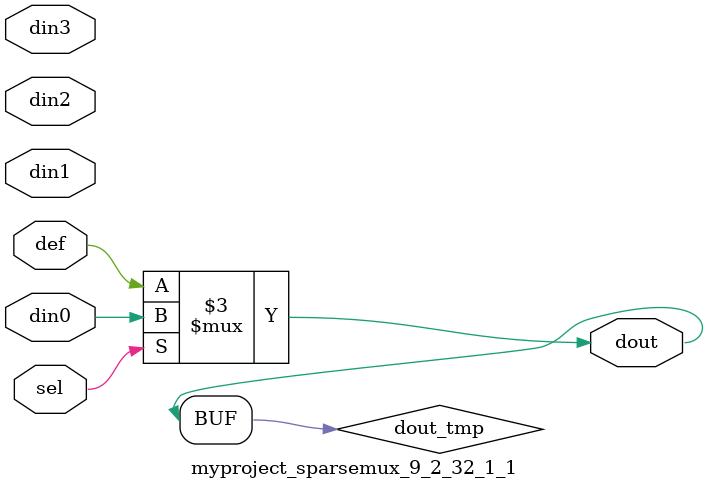
<source format=v>
`timescale 1ns / 1ps

module myproject_sparsemux_9_2_32_1_1 (din0,din1,din2,din3,def,sel,dout);

parameter din0_WIDTH = 1;

parameter din1_WIDTH = 1;

parameter din2_WIDTH = 1;

parameter din3_WIDTH = 1;

parameter def_WIDTH = 1;
parameter sel_WIDTH = 1;
parameter dout_WIDTH = 1;

parameter [sel_WIDTH-1:0] CASE0 = 1;

parameter [sel_WIDTH-1:0] CASE1 = 1;

parameter [sel_WIDTH-1:0] CASE2 = 1;

parameter [sel_WIDTH-1:0] CASE3 = 1;

parameter ID = 1;
parameter NUM_STAGE = 1;



input [din0_WIDTH-1:0] din0;

input [din1_WIDTH-1:0] din1;

input [din2_WIDTH-1:0] din2;

input [din3_WIDTH-1:0] din3;

input [def_WIDTH-1:0] def;
input [sel_WIDTH-1:0] sel;

output [dout_WIDTH-1:0] dout;



reg [dout_WIDTH-1:0] dout_tmp;

always @ (*) begin
case (sel)
    
    CASE0 : dout_tmp = din0;
    
    CASE1 : dout_tmp = din1;
    
    CASE2 : dout_tmp = din2;
    
    CASE3 : dout_tmp = din3;
    
    default : dout_tmp = def;
endcase
end


assign dout = dout_tmp;



endmodule

</source>
